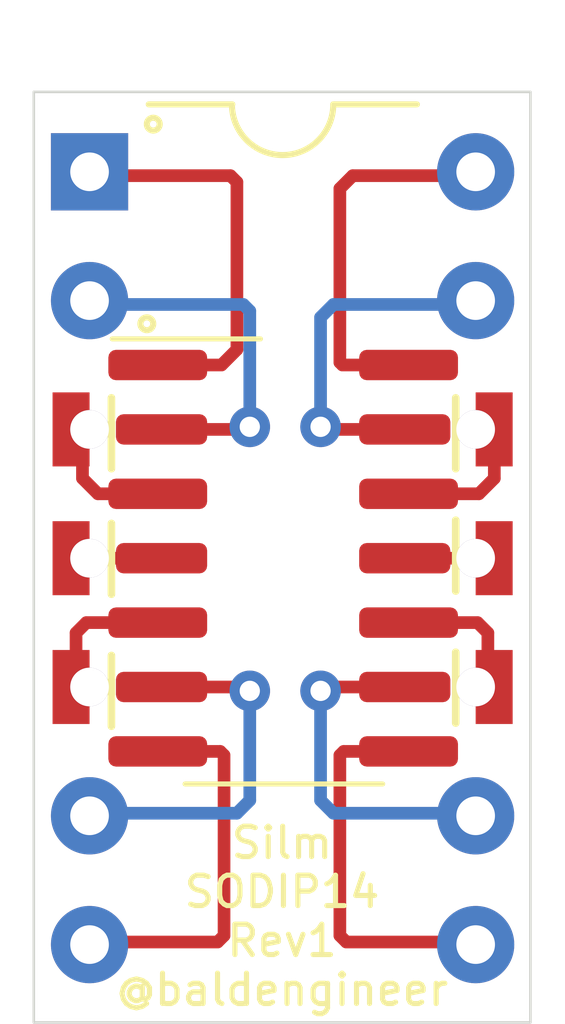
<source format=kicad_pcb>
(kicad_pcb (version 20171130) (host pcbnew "(5.1.6)-1")

  (general
    (thickness 1.6)
    (drawings 13)
    (tracks 67)
    (zones 0)
    (modules 1)
    (nets 1)
  )

  (page A4)
  (layers
    (0 F.Cu signal)
    (31 B.Cu signal)
    (32 B.Adhes user)
    (33 F.Adhes user)
    (34 B.Paste user)
    (35 F.Paste user)
    (36 B.SilkS user)
    (37 F.SilkS user)
    (38 B.Mask user)
    (39 F.Mask user)
    (40 Dwgs.User user)
    (41 Cmts.User user)
    (42 Eco1.User user)
    (43 Eco2.User user)
    (44 Edge.Cuts user)
    (45 Margin user)
    (46 B.CrtYd user)
    (47 F.CrtYd user)
    (48 B.Fab user)
    (49 F.Fab user)
  )

  (setup
    (last_trace_width 0.25)
    (user_trace_width 0.254)
    (trace_clearance 0.2)
    (zone_clearance 0.508)
    (zone_45_only no)
    (trace_min 0.2)
    (via_size 0.8)
    (via_drill 0.4)
    (via_min_size 0.4)
    (via_min_drill 0.3)
    (uvia_size 0.3)
    (uvia_drill 0.1)
    (uvias_allowed no)
    (uvia_min_size 0.2)
    (uvia_min_drill 0.1)
    (edge_width 0.05)
    (segment_width 0.2)
    (pcb_text_width 0.3)
    (pcb_text_size 1.5 1.5)
    (mod_edge_width 0.12)
    (mod_text_size 1 1)
    (mod_text_width 0.15)
    (pad_size 1.524 1.524)
    (pad_drill 0.762)
    (pad_to_mask_clearance 0.05)
    (aux_axis_origin 0 0)
    (visible_elements FFFFFF7F)
    (pcbplotparams
      (layerselection 0x010fc_ffffffff)
      (usegerberextensions false)
      (usegerberattributes true)
      (usegerberadvancedattributes true)
      (creategerberjobfile true)
      (excludeedgelayer true)
      (linewidth 0.100000)
      (plotframeref false)
      (viasonmask false)
      (mode 1)
      (useauxorigin false)
      (hpglpennumber 1)
      (hpglpenspeed 20)
      (hpglpendiameter 15.000000)
      (psnegative false)
      (psa4output false)
      (plotreference true)
      (plotvalue true)
      (plotinvisibletext false)
      (padsonsilk false)
      (subtractmaskfromsilk false)
      (outputformat 1)
      (mirror false)
      (drillshape 1)
      (scaleselection 1)
      (outputdirectory ""))
  )

  (net 0 "")

  (net_class Default "This is the default net class."
    (clearance 0.2)
    (trace_width 0.25)
    (via_dia 0.8)
    (via_drill 0.4)
    (uvia_dia 0.3)
    (uvia_drill 0.1)
  )

  (module "My Libraries:Slim-SODIP14a" (layer F.Cu) (tedit 5F664597) (tstamp 5F66E2F0)
    (at 97.9297 67.1068)
    (fp_text reference REF** (at 0.508 -11.43) (layer F.SilkS) hide
      (effects (font (size 1 1) (thickness 0.15)))
    )
    (fp_text value Slim-SODIP14 (at -0.254 -10.16) (layer F.Fab)
      (effects (font (size 1 1) (thickness 0.15)))
    )
    (fp_arc (start -0.254 -8.95) (end -1.254 -8.95) (angle -180) (layer F.SilkS) (width 0.12))
    (fp_line (start -5.164 -9.17) (end -5.164 9.18) (layer F.CrtYd) (width 0.05))
    (fp_line (start -5.164 9.18) (end 4.636 9.18) (layer F.CrtYd) (width 0.05))
    (fp_line (start 4.636 9.18) (end 4.636 -9.17) (layer F.CrtYd) (width 0.05))
    (fp_line (start 4.636 -9.17) (end -5.164 -9.17) (layer F.CrtYd) (width 0.05))
    (fp_line (start -1.2456 -8.95) (end -2.8956 -8.95) (layer F.SilkS) (width 0.12))
    (fp_line (start 2.396 -8.95) (end 0.746 -8.95) (layer F.SilkS) (width 0.12))
    (fp_line (start -2.904 8.95) (end 2.396 8.95) (layer Dwgs.User) (width 0.12))
    (fp_line (start 3.6492 -4.58) (end -3.7508 -4.58) (layer F.CrtYd) (width 0.1))
    (fp_line (start 3.5222 4.58) (end 3.5222 -4.58) (layer F.CrtYd) (width 0.1))
    (fp_line (start -3.8778 4.58) (end 3.5222 4.58) (layer F.CrtYd) (width 0.1))
    (fp_line (start -3.8778 -4.58) (end -3.8778 4.58) (layer F.CrtYd) (width 0.12))
    (fp_line (start -1.2036 -4.325) (end 1.7214 -4.325) (layer F.Fab) (width 0.1))
    (fp_line (start 1.7214 -4.325) (end 1.7214 4.325) (layer F.Fab) (width 0.1))
    (fp_line (start 1.7214 4.325) (end -2.1786 4.325) (layer F.Fab) (width 0.1))
    (fp_line (start -2.1786 4.325) (end -2.1786 -3.35) (layer F.Fab) (width 0.1))
    (fp_line (start -2.1786 -3.35) (end -1.2036 -4.325) (layer F.Fab) (width 0.1))
    (fp_line (start 1.7214 4.452) (end -2.1786 4.452) (layer F.SilkS) (width 0.1))
    (fp_line (start -3.6166 -4.325) (end -0.6916 -4.325) (layer F.SilkS) (width 0.1))
    (pad 3 thru_hole circle (at -4.064 -2.54 180) (size 0.762 0.762) (drill 0.762) (layers *.Cu B.Mask)
      (zone_connect 2))
    (pad 3 smd custom (at -4.064 -2.54 180) (size 0.1 0.1) (layers F.Cu F.Paste F.Mask)
      (zone_connect 2)
      (options (clearance outline) (anchor rect))
      (primitives
        (gr_poly (pts
           (xy 0 -0.73) (xy 0.73 -0.73) (xy 0.73 0.73) (xy 0 0.73)) (width 0))
      ))
    (pad 4 thru_hole circle (at -4.064 0 180) (size 0.762 0.762) (drill 0.762) (layers *.Cu B.Mask)
      (zone_connect 2))
    (pad 4 smd custom (at -4.064 0 180) (size 0.1 0.1) (layers F.Cu F.Paste F.Mask)
      (zone_connect 2)
      (options (clearance outline) (anchor rect))
      (primitives
        (gr_poly (pts
           (xy 0 -0.73) (xy 0.73 -0.73) (xy 0.73 0.73) (xy 0 0.73)) (width 0))
      ))
    (pad 5 thru_hole circle (at -4.064 2.54 180) (size 0.762 0.762) (drill 0.762) (layers *.Cu B.Mask)
      (zone_connect 2))
    (pad 5 smd custom (at -4.064 2.54 180) (size 0.1 0.1) (layers F.Cu F.Paste F.Mask)
      (zone_connect 2)
      (options (clearance outline) (anchor rect))
      (primitives
        (gr_poly (pts
           (xy 0 -0.73) (xy 0.73 -0.73) (xy 0.73 0.73) (xy 0 0.73)) (width 0))
      ))
    (pad 10 thru_hole circle (at 3.556 2.54) (size 0.762 0.762) (drill 0.762) (layers *.Cu B.Mask)
      (zone_connect 2))
    (pad 10 smd custom (at 3.556 2.54) (size 0.1 0.1) (layers F.Cu F.Paste F.Mask)
      (zone_connect 2)
      (options (clearance outline) (anchor rect))
      (primitives
        (gr_poly (pts
           (xy 0 -0.73) (xy 0.73 -0.73) (xy 0.73 0.73) (xy 0 0.73)) (width 0))
      ))
    (pad 11 thru_hole circle (at 3.556 0) (size 0.762 0.762) (drill 0.762) (layers *.Cu B.Mask)
      (zone_connect 2))
    (pad 11 smd custom (at 3.556 0) (size 0.1 0.1) (layers F.Cu F.Paste F.Mask)
      (zone_connect 2)
      (options (clearance outline) (anchor rect))
      (primitives
        (gr_poly (pts
           (xy 0 -0.73) (xy 0.73 -0.73) (xy 0.73 0.73) (xy 0 0.73)) (width 0))
      ))
    (pad 12 thru_hole circle (at 3.556 -2.54) (size 0.762 0.762) (drill 0.762) (layers *.Cu B.Mask)
      (zone_connect 2))
    (pad 12 smd custom (at 3.556 -2.54) (size 0.1 0.1) (layers F.Cu F.Paste F.Mask)
      (zone_connect 2)
      (options (clearance outline) (anchor rect))
      (primitives
        (gr_poly (pts
           (xy 0 -0.73) (xy 0.73 -0.73) (xy 0.73 0.73) (xy 0 0.73)) (width 0))
      ))
    (pad 14 smd roundrect (at 2.2322 -3.81) (size 1.95 0.6) (layers F.Cu F.Paste F.Mask) (roundrect_rratio 0.25))
    (pad 13 smd roundrect (at 2.2322 -2.54) (size 1.8 0.6) (drill (offset -0.075 0)) (layers F.Cu F.Paste F.Mask) (roundrect_rratio 0.25))
    (pad 12 smd roundrect (at 2.2322 -1.27) (size 1.95 0.6) (layers F.Cu F.Paste F.Mask) (roundrect_rratio 0.25))
    (pad 11 smd roundrect (at 2.2322 0) (size 1.8 0.6) (drill (offset -0.075 0)) (layers F.Cu F.Paste F.Mask) (roundrect_rratio 0.25))
    (pad 10 smd roundrect (at 2.2322 1.27) (size 1.95 0.6) (layers F.Cu F.Paste F.Mask) (roundrect_rratio 0.25))
    (pad 9 smd roundrect (at 2.2322 2.54) (size 1.8 0.6) (drill (offset -0.075 0)) (layers F.Cu F.Paste F.Mask) (roundrect_rratio 0.25))
    (pad 8 smd roundrect (at 2.2322 3.81) (size 1.95 0.6) (layers F.Cu F.Paste F.Mask) (roundrect_rratio 0.25))
    (pad 7 smd roundrect (at -2.7178 3.81) (size 1.95 0.6) (layers F.Cu F.Paste F.Mask) (roundrect_rratio 0.25))
    (pad 6 smd roundrect (at -2.7178 2.54) (size 1.8 0.6) (drill (offset 0.075 0)) (layers F.Cu F.Paste F.Mask) (roundrect_rratio 0.25))
    (pad 5 smd roundrect (at -2.7178 1.27) (size 1.95 0.6) (layers F.Cu F.Paste F.Mask) (roundrect_rratio 0.25))
    (pad 4 smd roundrect (at -2.7178 0) (size 1.8 0.6) (drill (offset 0.075 0)) (layers F.Cu F.Paste F.Mask) (roundrect_rratio 0.25))
    (pad 3 smd roundrect (at -2.7178 -1.27) (size 1.95 0.6) (layers F.Cu F.Paste F.Mask) (roundrect_rratio 0.25))
    (pad 2 smd roundrect (at -2.7178 -2.54) (size 1.8 0.6) (drill (offset 0.075 0)) (layers F.Cu F.Paste F.Mask) (roundrect_rratio 0.25))
    (pad 1 smd roundrect (at -2.7178 -3.81) (size 1.95 0.6) (layers F.Cu F.Paste F.Mask) (roundrect_rratio 0.25))
    (pad 14 thru_hole circle (at 3.556 -7.62) (size 1.524 1.524) (drill 0.762) (layers *.Cu *.Mask))
    (pad 13 thru_hole circle (at 3.556 -5.08) (size 1.524 1.524) (drill 0.762) (layers *.Cu *.Mask))
    (pad 9 thru_hole circle (at 3.556 5.08) (size 1.524 1.524) (drill 0.762) (layers *.Cu *.Mask))
    (pad 8 thru_hole circle (at 3.556 7.62) (size 1.524 1.524) (drill 0.762) (layers *.Cu *.Mask))
    (pad 7 thru_hole circle (at -4.064 7.62) (size 1.524 1.524) (drill 0.762) (layers *.Cu *.Mask))
    (pad 6 thru_hole circle (at -4.064 5.08) (size 1.524 1.524) (drill 0.762) (layers *.Cu *.Mask))
    (pad 2 thru_hole circle (at -4.064 -5.08) (size 1.524 1.524) (drill 0.762) (layers *.Cu *.Mask))
    (pad 1 thru_hole rect (at -4.064 -7.62) (size 1.524 1.524) (drill 0.762) (layers *.Cu *.Mask))
    (model ${KISYS3DMOD}/Package_SO.3dshapes/SOIC-14_3.9x8.7mm_P1.27mm.step
      (offset (xyz -0.2 0 0))
      (scale (xyz 1 1 1))
      (rotate (xyz 0 0 0))
    )
    (model ${KISYS3DMOD}/Connector_PinHeader_2.54mm.3dshapes/PinHeader_1x07_P2.54mm_Vertical.step
      (offset (xyz 3.6 7.65 -1.5))
      (scale (xyz 1 1 1))
      (rotate (xyz 0 180 0))
    )
    (model ${KISYS3DMOD}/Connector_PinHeader_2.54mm.3dshapes/PinHeader_1x07_P2.54mm_Vertical.step
      (offset (xyz -4 7.65 -1.5))
      (scale (xyz 1 1 1))
      (rotate (xyz 0 180 0))
    )
  )

  (gr_line (start 94.2975 63.9445) (end 94.2975 65.3415) (layer F.SilkS) (width 0.15) (tstamp 5F670A2C))
  (gr_line (start 94.2975 66.421) (end 94.2975 67.818) (layer F.SilkS) (width 0.15) (tstamp 5F670A2C))
  (gr_line (start 94.2975 69.0245) (end 94.2975 70.4215) (layer F.SilkS) (width 0.15) (tstamp 5F670A2C))
  (gr_line (start 101.092 68.961) (end 101.092 70.358) (layer F.SilkS) (width 0.15) (tstamp 5F670A2C))
  (gr_line (start 101.092 63.9445) (end 101.092 65.3415) (layer F.SilkS) (width 0.15) (tstamp 5F670A2C))
  (gr_line (start 101.092 66.3575) (end 101.092 67.7545) (layer F.SilkS) (width 0.15))
  (gr_circle (center 95.123 58.547) (end 95.1992 58.6486) (layer F.SilkS) (width 0.12) (tstamp 5F670A27))
  (gr_text "Silm\nSODIP14\nRev1\n@baldengineer" (at 97.663 74.168) (layer F.SilkS)
    (effects (font (size 0.6 0.6) (thickness 0.1)))
  )
  (gr_circle (center 94.996 62.484) (end 95.0722 62.5856) (layer F.SilkS) (width 0.12))
  (gr_line (start 92.7657 57.9114) (end 92.7657 76.2614) (layer Edge.Cuts) (width 0.05) (tstamp 5F66E460))
  (gr_line (start 92.7657 76.2614) (end 102.5657 76.2614) (layer Edge.Cuts) (width 0.05) (tstamp 5F66E460))
  (gr_line (start 102.5657 76.2614) (end 102.5657 57.9114) (layer Edge.Cuts) (width 0.05) (tstamp 5F66E460))
  (gr_line (start 102.5657 57.9114) (end 92.7657 57.9114) (layer Edge.Cuts) (width 0.05))

  (segment (start 95.2119 63.2968) (end 96.4692 63.2968) (width 0.25) (layer F.Cu) (net 0))
  (segment (start 96.4692 63.2968) (end 96.774 62.992) (width 0.25) (layer F.Cu) (net 0))
  (segment (start 96.774 62.992) (end 96.774 59.69) (width 0.25) (layer F.Cu) (net 0))
  (segment (start 96.774 59.69) (end 96.647 59.563) (width 0.25) (layer F.Cu) (net 0))
  (segment (start 96.647 59.563) (end 93.98 59.563) (width 0.25) (layer F.Cu) (net 0))
  (via (at 97.028 64.516) (size 0.8) (drill 0.4) (layers F.Cu B.Cu) (net 0))
  (segment (start 95.2119 64.5668) (end 96.9772 64.5668) (width 0.25) (layer F.Cu) (net 0))
  (segment (start 96.9772 64.5668) (end 97.028 64.516) (width 0.25) (layer F.Cu) (net 0))
  (segment (start 97.028 64.516) (end 97.028 62.23) (width 0.25) (layer B.Cu) (net 0))
  (segment (start 97.028 62.23) (end 96.901 62.103) (width 0.25) (layer B.Cu) (net 0))
  (segment (start 96.901 62.103) (end 93.853 62.103) (width 0.25) (layer B.Cu) (net 0))
  (segment (start 95.2119 65.8368) (end 94.0308 65.8368) (width 0.25) (layer F.Cu) (net 0))
  (segment (start 94.0308 65.8368) (end 93.726 65.532) (width 0.25) (layer F.Cu) (net 0))
  (segment (start 93.726 65.532) (end 93.726 64.77) (width 0.25) (layer F.Cu) (net 0))
  (segment (start 93.726 64.77) (end 93.853 64.643) (width 0.25) (layer F.Cu) (net 0))
  (segment (start 95.2119 67.1068) (end 93.9038 67.1068) (width 0.25) (layer F.Cu) (net 0))
  (segment (start 93.9038 67.1068) (end 93.853 67.056) (width 0.25) (layer F.Cu) (net 0))
  (segment (start 93.853 67.056) (end 93.472 67.056) (width 0.25) (layer F.Cu) (net 0))
  (segment (start 95.2119 68.3768) (end 93.8022 68.3768) (width 0.25) (layer F.Cu) (net 0))
  (segment (start 93.8022 68.3768) (end 93.599 68.58) (width 0.25) (layer F.Cu) (net 0))
  (segment (start 93.599 68.58) (end 93.599 69.342) (width 0.25) (layer F.Cu) (net 0))
  (segment (start 93.599 69.342) (end 93.853 69.596) (width 0.25) (layer F.Cu) (net 0))
  (segment (start 101.473 72.136) (end 101.6 72.136) (width 0.25) (layer F.Cu) (net 0))
  (segment (start 101.854 69.342) (end 101.6 69.596) (width 0.25) (layer F.Cu) (net 0))
  (segment (start 100.1619 67.1068) (end 101.2952 67.1068) (width 0.25) (layer F.Cu) (net 0))
  (segment (start 101.2952 67.1068) (end 101.727 66.675) (width 0.25) (layer F.Cu) (net 0))
  (segment (start 100.1619 65.8368) (end 101.5492 65.8368) (width 0.25) (layer F.Cu) (net 0))
  (segment (start 101.5492 65.8368) (end 101.854 65.532) (width 0.25) (layer F.Cu) (net 0))
  (segment (start 101.854 65.532) (end 101.854 64.77) (width 0.25) (layer F.Cu) (net 0))
  (segment (start 101.854 64.77) (end 101.6 64.516) (width 0.25) (layer F.Cu) (net 0))
  (via (at 98.425 64.516) (size 0.8) (drill 0.4) (layers F.Cu B.Cu) (net 0))
  (segment (start 100.1619 64.5668) (end 98.4758 64.5668) (width 0.25) (layer F.Cu) (net 0))
  (segment (start 98.4758 64.5668) (end 98.425 64.516) (width 0.25) (layer F.Cu) (net 0))
  (segment (start 98.425 64.516) (end 98.425 62.357) (width 0.25) (layer B.Cu) (net 0))
  (segment (start 98.425 62.357) (end 98.679 62.103) (width 0.25) (layer B.Cu) (net 0))
  (segment (start 98.679 62.103) (end 101.473 62.103) (width 0.25) (layer B.Cu) (net 0))
  (segment (start 100.1619 63.2968) (end 98.9838 63.2968) (width 0.25) (layer F.Cu) (net 0))
  (segment (start 98.9838 63.2968) (end 98.8568 63.2968) (width 0.25) (layer F.Cu) (net 0))
  (segment (start 98.8568 63.2968) (end 98.806 63.246) (width 0.25) (layer F.Cu) (net 0))
  (segment (start 98.806 63.246) (end 98.806 59.817) (width 0.25) (layer F.Cu) (net 0))
  (segment (start 98.806 59.817) (end 99.06 59.563) (width 0.25) (layer F.Cu) (net 0))
  (segment (start 99.06 59.563) (end 101.346 59.563) (width 0.25) (layer F.Cu) (net 0))
  (via (at 97.028 69.723) (size 0.8) (drill 0.4) (layers F.Cu B.Cu) (net 0))
  (segment (start 95.2119 69.6468) (end 96.9518 69.6468) (width 0.25) (layer F.Cu) (net 0))
  (segment (start 96.9518 69.6468) (end 97.028 69.723) (width 0.25) (layer F.Cu) (net 0))
  (segment (start 97.028 69.723) (end 97.028 71.882) (width 0.25) (layer B.Cu) (net 0))
  (segment (start 97.028 71.882) (end 96.774 72.136) (width 0.25) (layer B.Cu) (net 0))
  (segment (start 96.774 72.136) (end 93.98 72.136) (width 0.25) (layer B.Cu) (net 0))
  (via (at 98.425 69.723) (size 0.8) (drill 0.4) (layers F.Cu B.Cu) (net 0))
  (segment (start 100.1619 69.6468) (end 98.5012 69.6468) (width 0.25) (layer F.Cu) (net 0))
  (segment (start 98.5012 69.6468) (end 98.425 69.723) (width 0.25) (layer F.Cu) (net 0))
  (segment (start 98.425 69.723) (end 98.425 71.882) (width 0.25) (layer B.Cu) (net 0))
  (segment (start 98.425 71.882) (end 98.679 72.136) (width 0.25) (layer B.Cu) (net 0))
  (segment (start 98.679 72.136) (end 101.473 72.136) (width 0.25) (layer B.Cu) (net 0))
  (segment (start 95.2119 70.9168) (end 96.4438 70.9168) (width 0.25) (layer F.Cu) (net 0))
  (segment (start 96.4438 70.9168) (end 96.52 70.993) (width 0.25) (layer F.Cu) (net 0))
  (segment (start 96.52 70.993) (end 96.52 74.549) (width 0.25) (layer F.Cu) (net 0))
  (segment (start 96.52 74.549) (end 96.393 74.676) (width 0.25) (layer F.Cu) (net 0))
  (segment (start 96.393 74.676) (end 93.98 74.676) (width 0.25) (layer F.Cu) (net 0))
  (segment (start 100.1619 70.9168) (end 98.8822 70.9168) (width 0.25) (layer F.Cu) (net 0))
  (segment (start 98.8822 70.9168) (end 98.806 70.993) (width 0.25) (layer F.Cu) (net 0))
  (segment (start 98.806 70.993) (end 98.806 74.549) (width 0.25) (layer F.Cu) (net 0))
  (segment (start 98.806 74.549) (end 98.933 74.676) (width 0.25) (layer F.Cu) (net 0))
  (segment (start 98.933 74.676) (end 101.473 74.676) (width 0.25) (layer F.Cu) (net 0))
  (segment (start 100.1619 68.3768) (end 101.5238 68.3768) (width 0.25) (layer F.Cu) (net 0))
  (segment (start 101.5238 68.3768) (end 101.727 68.58) (width 0.25) (layer F.Cu) (net 0))
  (segment (start 101.727 68.58) (end 101.727 69.342) (width 0.25) (layer F.Cu) (net 0))

)

</source>
